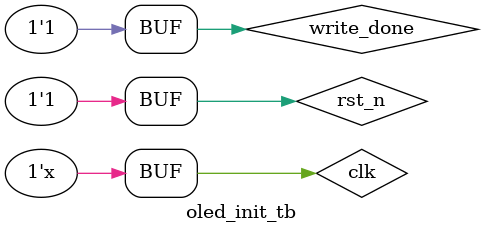
<source format=v>
`timescale 1ns/1ns //仿真单位为1ns，精度为1ns
 
module oled_init_tb();
 
reg clk;
reg rst_n;
reg write_done;
wire oled_rst;
wire oled_dc;
wire [7:0] data;
wire ena_write;
wire init_done;
 
oled_init oled_init_inst(
	.clk(clk),
	.rst_n(rst_n),
	.write_done(write_done),
	.oled_rst(oled_rst),
	.oled_dc(oled_dc),
	.data(data),
	.ena_write(ena_write),
	.init_done(init_done)
);
 
initial begin
	#0	clk = 0;
		rst_n = 0;
		write_done = 1;
	#20 rst_n = 1;
end
 
always #5 clk = ~clk;
 
endmodule
</source>
